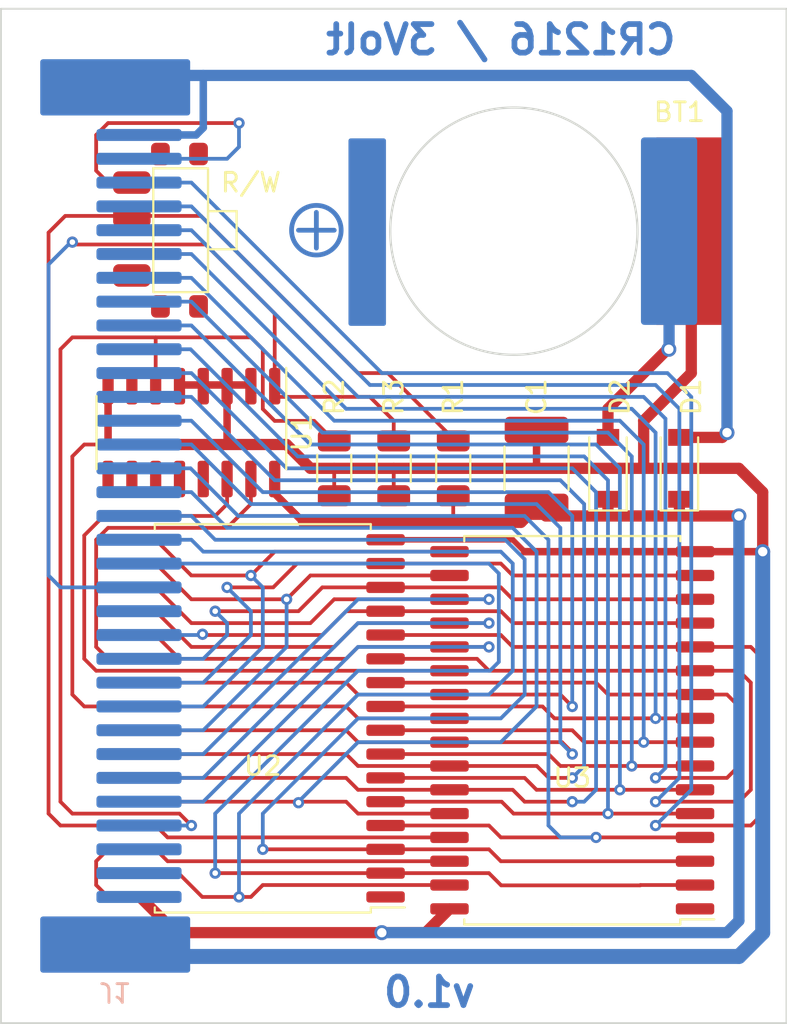
<source format=kicad_pcb>
(kicad_pcb (version 20211014) (generator pcbnew)
  (layers (0 "F.Cu" signal "Front") (31 "B.Cu" signal "Back") (34 "B.Paste" user) (35 "F.Paste" user) (36 "B.SilkS" user "B.Silkscreen") (37 "F.SilkS" user "F.Silkscreen") (38 "B.Mask" user) (39 "F.Mask" user) (44 "Edge.Cuts" user))
  (net 0 "")
  (net 1 "Net-(BT1-Pad1)")
  (net 2 "GND")
  (net 3 "VCC")
  (net 4 "Net-(D1-Pad2)")
  (net 5 "Net-(J1-Pad3)")
  (net 6 "/A0")
  (net 7 "/A1")
  (net 8 "/A2")
  (net 9 "/A3")
  (net 10 "/A4")
  (net 11 "/A5")
  (net 12 "/A6")
  (net 13 "/A7")
  (net 14 "/A8")
  (net 15 "/A9")
  (net 16 "/A10")
  (net 17 "/A11")
  (net 18 "/A12")
  (net 19 "/A13")
  (net 20 "/A14")
  (net 21 "/A15")
  (net 22 "/A16")
  (net 23 "Net-(J1-Pad21)")
  (net 25 "/D0")
  (net 26 "/D1")
  (net 27 "/D2")
  (net 28 "/D3")
  (net 29 "/D4")
  (net 30 "/D5")
  (net 31 "/D6")
  (net 32 "/D7")
  (net 33 "Net-(J1-Pad31)")
  (net 37 "R{slash}W")
  (net 45 "Net-(U1-Pad14)")
  (net 46 "Net-(U1-Pad15)")
  (footprint "Capacitor_SMD:C_1812_4532Metric" (layer "F.Cu") (at 142.875 62.23 90)
    (fp_text reference "C1")
    (fp_text value "330 nF" hide)
  )
  (footprint "custom-footprints:slider_switch_7x3" (layer "F.Cu") (at 123.825 49.53 -90)
    (fp_text reference "S1" hide)
    (fp_text value "R./W." hide)
  )
  (footprint "Resistor_SMD:R_1206_3216Metric" (layer "F.Cu") (at 135.255 62.23 -90)
    (fp_text reference "R3")
    (fp_text value "470 K" hide)
  )
  (footprint "Package_SO:SOIC-16_3.9x9.9mm_P1.27mm" (layer "F.Cu") (at 124.46 60.325 -90)
    (fp_text reference "U1")
    (fp_text value "HC138")
  )
  (footprint "Package_SO:SSOP-32_11.305x20.495mm_P1.27mm" (layer "F.Cu") (at 144.78 76.2 180)
    (fp_text reference "U3")
    (fp_text value "KM681000BLG")
  )
  (footprint "custom-footprints:Battery_CR1216_hole" (layer "F.Cu") (at 141.6638 49.5808)
    (fp_text reference "BT1")
    (fp_text value "CR1216")
    (fp_circle (center 0 0) (end 6.1468 -2.3876) (layer "Edge.Cuts") (width 0.12) (fill none))
  )
  (footprint "Package_SO:SSOP-32_11.305x20.495mm_P1.27mm" (layer "F.Cu") (at 128.27 75.565 180)
    (fp_text reference "U2")
    (fp_text value "KM681000BLG")
  )
  (footprint "Diode_SMD:D_SOD-123" (layer "F.Cu") (at 146.685 62.23 90)
    (fp_text reference "D2")
    (fp_text value "1N4148W" hide)
  )
  (footprint "Resistor_SMD:R_1206_3216Metric" (layer "F.Cu") (at 132.08 62.23 -90)
    (fp_text reference "R2")
    (fp_text value "47 K" hide)
  )
  (footprint "Resistor_SMD:R_1206_3216Metric" (layer "F.Cu") (at 138.43 62.23 90)
    (fp_text reference "R1")
    (fp_text value "47 K" hide)
  )
  (footprint "Diode_SMD:D_SOD-123" (layer "F.Cu") (at 150.495 62.23 90)
    (fp_text reference "D1")
    (fp_text value "RB160M" hide)
  )
  (footprint "custom-footprints:RAM_card_connector_35" (layer "B.Cu") (at 121.666 64.77)
    (fp_text reference "J1")
    (fp_text value "RAM card connector")
  )
  (gr_circle (center 131.1275 49.53) (end 132.288551 50.165) (layer "B.Cu") (width 0.254) (fill none))
  (gr_line (start 131.1275 50.4825) (end 131.1275 48.5775) (layer "B.Cu") (width 0.254))
  (gr_line (start 130.175 49.53) (end 132.08 49.53) (layer "B.Cu") (width 0.254))
  (gr_rect (start 114.3 37.719) (end 156.21 91.821) (layer "Edge.Cuts") (width 0.1) (fill none))
  (gr_text "CR1216 / 3Volt" (at 140.97 39.37) (layer "B.Cu") (effects (font (size 1.524 1.524) (thickness 0.3048)) (justify mirror)))
  (gr_text "v1.0" (at 137.16 90.17) (layer "B.Cu") (effects (font (size 1.524 1.524) (thickness 0.3048)) (justify mirror)))
  (gr_text "R/W" (at 127.635 46.99) (layer "F.SilkS") (effects (font (size 1 1) (thickness 0.1524))))
  (segment (start 146.685 59.055) (end 146.685 60.58) (width 0.6) (layer "F.Cu") (net 1))
  (segment (start 149.86 55.88) (end 146.685 59.055) (width 0.6) (layer "F.Cu") (net 1))
  (segment (start 149.9316 55.88) (end 149.86 55.88) (width 0.6) (layer "F.Cu") (net 1))
  (via (at 149.9316 55.88) (size 0.8) (drill 0.5) (layers "F.Cu" "B.Cu") (net 1))
  (segment (start 149.9442 55.8674) (end 149.9316 55.88) (width 0.6) (layer "B.Cu") (net 1))
  (segment (start 149.9442 49.8902) (end 149.9442 55.8674) (width 0.6) (layer "B.Cu") (net 1))
  (segment (start 151.265 49.8902) (end 151.13 50.0252) (width 0.6) (layer "F.Cu") (net 2))
  (segment (start 118.745 60.96) (end 120.015 60.96) (width 0.2) (layer "F.Cu") (net 2))
  (segment (start 126.365 60.96) (end 120.015 60.96) (width 0.6) (layer "F.Cu") (net 2))
  (segment (start 129.54 60.96) (end 126.365 60.96) (width 0.6) (layer "F.Cu") (net 2))
  (segment (start 151.13 50.0252) (end 151.13 57.15) (width 0.6) (layer "F.Cu") (net 2))
  (segment (start 138.23 75.565) (end 133.35 75.565) (width 0.2) (layer "F.Cu") (net 2))
  (segment (start 130.81 62.23) (end 129.54 60.96) (width 0.6) (layer "F.Cu") (net 2))
  (segment (start 118.745 74.93) (end 118.11 74.295) (width 0.2) (layer "F.Cu") (net 2))
  (segment (start 154.94 63.5) (end 153.67 62.23) (width 0.6) (layer "F.Cu") (net 2))
  (segment (start 118.11 74.295) (end 118.11 61.595) (width 0.2) (layer "F.Cu") (net 2))
  (segment (start 142.24 66.675) (end 151.33 66.675) (width 0.4) (layer "F.Cu") (net 2))
  (segment (start 135.255 62.23) (end 132.08 62.23) (width 0.6) (layer "F.Cu") (net 2))
  (segment (start 153.67 62.23) (end 147.32 62.23) (width 0.6) (layer "F.Cu") (net 2))
  (segment (start 132.08 62.23) (end 130.81 62.23) (width 0.6) (layer "F.Cu") (net 2))
  (segment (start 142.875 62.23) (end 135.255 62.23) (width 0.6) (layer "F.Cu") (net 2))
  (segment (start 141.605 66.04) (end 142.24 66.675) (width 0.3) (layer "F.Cu") (net 2))
  (segment (start 120.015 57.075) (end 120.015 60.96) (width 0.4) (layer "F.Cu") (net 2))
  (segment (start 135.255 63.6925) (end 135.255 62.23) (width 0.2) (layer "F.Cu") (net 2))
  (segment (start 133.35 75.565) (end 132.715 74.93) (width 0.2) (layer "F.Cu") (net 2))
  (segment (start 126.365 57.075) (end 126.365 60.96) (width 0.4) (layer "F.Cu") (net 2))
  (segment (start 148.59 59.69) (end 148.59 62.23) (width 0.6) (layer "F.Cu") (net 2))
  (segment (start 134.82 66.04) (end 141.605 66.04) (width 0.3) (layer "F.Cu") (net 2))
  (segment (start 127.635 57.785) (end 123.825 57.785) (width 0.4) (layer "F.Cu") (net 2))
  (segment (start 147.32 62.23) (end 142.875 62.23) (width 0.6) (layer "F.Cu") (net 2))
  (segment (start 154.94 66.675) (end 151.33 66.675) (width 0.4) (layer "F.Cu") (net 2))
  (segment (start 121.72 74.93) (end 118.745 74.93) (width 0.2) (layer "F.Cu") (net 2))
  (segment (start 132.715 74.93) (end 121.72 74.93) (width 0.2) (layer "F.Cu") (net 2))
  (segment (start 151.13 57.15) (end 148.59 59.69) (width 0.6) (layer "F.Cu") (net 2))
  (segment (start 118.11 61.595) (end 118.745 60.96) (width 0.2) (layer "F.Cu") (net 2))
  (segment (start 132.08 63.6925) (end 132.08 62.23) (width 0.2) (layer "F.Cu") (net 2))
  (segment (start 142.875 60.18) (end 142.875 62.23) (width 0.4) (layer "F.Cu") (net 2))
  (segment (start 154.94 66.675) (end 154.94 63.5) (width 0.6) (layer "F.Cu") (net 2))
  (via (at 154.94 66.675) (size 0.8) (drill 0.5) (layers "F.Cu" "B.Cu") (net 2))
  (segment (start 153.67 88.265) (end 154.94 86.995) (width 0.8) (layer "B.Cu") (net 2))
  (segment (start 154.94 86.995) (end 154.94 66.675) (width 0.8) (layer "B.Cu") (net 2))
  (segment (start 120.015 88.265) (end 153.67 88.265) (width 0.8) (layer "B.Cu") (net 2))
  (segment (start 138.23 83.185) (end 123.19 83.185) (width 0.2) (layer "F.Cu") (net 3))
  (segment (start 123.625 86.995) (end 121.72 85.09) (width 0.6) (layer "F.Cu") (net 3))
  (segment (start 142.045034 65.109966) (end 142.875 64.28) (width 0.6) (layer "F.Cu") (net 3))
  (segment (start 134.62 86.995) (end 123.625 86.995) (width 0.6) (layer "F.Cu") (net 3))
  (segment (start 134.62 86.995) (end 136.96 86.995) (width 0.6) (layer "F.Cu") (net 3))
  (segment (start 119.38 84.455) (end 120.015 85.09) (width 0.2) (layer "F.Cu") (net 3))
  (segment (start 136.96 86.995) (end 138.23 85.725) (width 0.6) (layer "F.Cu") (net 3))
  (segment (start 138.769966 65.109966) (end 142.045034 65.109966) (width 0.6) (layer "F.Cu") (net 3))
  (segment (start 120.015 85.09) (end 120.65 85.09) (width 0.2) (layer "F.Cu") (net 3))
  (segment (start 150.495 63.88) (end 150.495 64.77) (width 0.6) (layer "F.Cu") (net 3))
  (segment (start 119.38 83.185) (end 119.38 84.455) (width 0.2) (layer "F.Cu") (net 3))
  (segment (start 143.365 64.77) (end 146.685 64.77) (width 0.6) (layer "F.Cu") (net 3))
  (segment (start 146.685 64.77) (end 151.13 64.77) (width 0.6) (layer "F.Cu") (net 3))
  (segment (start 120.015 82.55) (end 119.38 83.185) (width 0.2) (layer "F.Cu") (net 3))
  (segment (start 142.875 64.28) (end 143.365 64.77) (width 0.6) (layer "F.Cu") (net 3))
  (segment (start 128.905 63.575) (end 130.439966 65.109966) (width 0.4) (layer "F.Cu") (net 3))
  (segment (start 122.555 82.55) (end 121.72 82.55) (width 0.2) (layer "F.Cu") (net 3))
  (segment (start 138.43 64.77) (end 138.769966 65.109966) (width 0.2) (layer "F.Cu") (net 3))
  (segment (start 146.685 64.77) (end 146.685 63.88) (width 0.6) (layer "F.Cu") (net 3))
  (segment (start 138.43 63.6925) (end 138.43 64.77) (width 0.2) (layer "F.Cu") (net 3))
  (segment (start 150.495 64.77) (end 153.67 64.77) (width 0.6) (layer "F.Cu") (net 3))
  (segment (start 121.72 82.55) (end 120.015 82.55) (width 0.2) (layer "F.Cu") (net 3))
  (segment (start 130.439966 65.109966) (end 138.769966 65.109966) (width 0.6) (layer "F.Cu") (net 3))
  (segment (start 123.19 83.185) (end 122.555 82.55) (width 0.2) (layer "F.Cu") (net 3))
  (via (at 153.67 64.77) (size 0.8) (drill 0.5) (layers "F.Cu" "B.Cu") (net 3))
  (via (at 134.62 86.995) (size 0.8) (drill 0.5) (layers "F.Cu" "B.Cu") (net 3))
  (segment (start 153.67 86.36) (end 153.67 64.77) (width 0.6) (layer "B.Cu") (net 3))
  (segment (start 134.62 86.995) (end 153.035 86.995) (width 0.6) (layer "B.Cu") (net 3))
  (segment (start 153.035 86.995) (end 153.67 86.36) (width 0.6) (layer "B.Cu") (net 3))
  (segment (start 152.78 60.58) (end 150.495 60.58) (width 0.6) (layer "F.Cu") (net 4))
  (segment (start 153.035 60.325) (end 152.78 60.58) (width 0.6) (layer "F.Cu") (net 4))
  (via (at 153.035 60.325) (size 0.8) (drill 0.5) (layers "F.Cu" "B.Cu") (net 4))
  (segment (start 123.19 44.45) (end 120.65 44.45) (width 0.2) (layer "B.Cu") (net 4))
  (segment (start 153.035 60.325) (end 153.035 43.18) (width 0.6) (layer "B.Cu") (net 4))
  (segment (start 121.031 41.275) (end 120.396 41.91) (width 0.4) (layer "B.Cu") (net 4))
  (segment (start 124.714 44.45) (end 121.666 44.45) (width 0.4) (layer "B.Cu") (net 4))
  (segment (start 125.095 44.069) (end 124.714 44.45) (width 0.4) (layer "B.Cu") (net 4))
  (segment (start 125.095 41.275) (end 125.095 44.069) (width 0.4) (layer "B.Cu") (net 4))
  (segment (start 125.095 41.275) (end 121.031 41.275) (width 0.6) (layer "B.Cu") (net 4))
  (segment (start 153.035 43.18) (end 151.13 41.275) (width 0.6) (layer "B.Cu") (net 4))
  (segment (start 151.13 41.275) (end 125.095 41.275) (width 0.6) (layer "B.Cu") (net 4))
  (segment (start 119.38 44.45) (end 119.38 46.355) (width 0.2) (layer "F.Cu") (net 5))
  (segment (start 120.015 43.815) (end 119.38 44.45) (width 0.2) (layer "F.Cu") (net 5))
  (segment (start 120.93581 46.99) (end 121.237405 47.291595) (width 0.2) (layer "F.Cu") (net 5))
  (segment (start 120.015 46.99) (end 120.93581 46.99) (width 0.2) (layer "F.Cu") (net 5))
  (segment (start 127 43.815) (end 120.015 43.815) (width 0.2) (layer "F.Cu") (net 5))
  (segment (start 119.38 46.355) (end 120.015 46.99) (width 0.2) (layer "F.Cu") (net 5))
  (via (at 127 43.815) (size 0.6) (drill 0.3) (layers "F.Cu" "B.Cu") (net 5))
  (segment (start 126.365 45.72) (end 120.65 45.72) (width 0.2) (layer "B.Cu") (net 5))
  (segment (start 127 43.815) (end 127 45.085) (width 0.2) (layer "B.Cu") (net 5))
  (segment (start 127 45.085) (end 126.365 45.72) (width 0.2) (layer "B.Cu") (net 5))
  (segment (start 141.605 71.755) (end 140.97 71.12) (width 0.2) (layer "F.Cu") (net 6))
  (segment (start 151.33 71.755) (end 141.605 71.755) (width 0.2) (layer "F.Cu") (net 6))
  (segment (start 140.97 71.12) (end 134.82 71.12) (width 0.2) (layer "F.Cu") (net 6))
  (segment (start 154.94 80.645) (end 154.94 72.39) (width 0.2) (layer "F.Cu") (net 6))
  (segment (start 149.225 81.28) (end 154.305 81.28) (width 0.2) (layer "F.Cu") (net 6))
  (segment (start 154.94 72.39) (end 154.305 71.755) (width 0.2) (layer "F.Cu") (net 6))
  (segment (start 154.305 71.755) (end 151.33 71.755) (width 0.2) (layer "F.Cu") (net 6))
  (segment (start 154.305 81.28) (end 154.94 80.645) (width 0.2) (layer "F.Cu") (net 6))
  (via (at 149.225 81.28) (size 0.6) (drill 0.3) (layers "F.Cu" "B.Cu") (net 6))
  (segment (start 151.13 79.375) (end 149.225 81.28) (width 0.2) (layer "B.Cu") (net 6))
  (segment (start 149.86 57.15) (end 151.13 58.42) (width 0.2) (layer "B.Cu") (net 6))
  (segment (start 124.46 46.99) (end 134.62 57.15) (width 0.2) (layer "B.Cu") (net 6))
  (segment (start 151.13 58.42) (end 151.13 79.375) (width 0.2) (layer "B.Cu") (net 6))
  (segment (start 120.65 46.99) (end 124.46 46.99) (width 0.2) (layer "B.Cu") (net 6))
  (segment (start 134.62 57.15) (end 149.86 57.15) (width 0.2) (layer "B.Cu") (net 6))
  (segment (start 151.33 73.025) (end 140.335 73.025) (width 0.2) (layer "F.Cu") (net 7))
  (segment (start 153.67 80.01) (end 154.305 79.375) (width 0.2) (layer "F.Cu") (net 7))
  (segment (start 154.305 73.66) (end 153.67 73.025) (width 0.2) (layer "F.Cu") (net 7))
  (segment (start 149.225 80.01) (end 153.67 80.01) (width 0.2) (layer "F.Cu") (net 7))
  (segment (start 153.67 73.025) (end 151.33 73.025) (width 0.2) (layer "F.Cu") (net 7))
  (segment (start 154.305 79.375) (end 154.305 73.66) (width 0.2) (layer "F.Cu") (net 7))
  (segment (start 140.335 73.025) (end 139.7 72.39) (width 0.2) (layer "F.Cu") (net 7))
  (segment (start 139.7 72.39) (end 134.82 72.39) (width 0.2) (layer "F.Cu") (net 7))
  (via (at 149.225 80.01) (size 0.6) (drill 0.3) (layers "F.Cu" "B.Cu") (net 7))
  (segment (start 150.495 59.055) (end 150.495 78.74) (width 0.2) (layer "B.Cu") (net 7))
  (segment (start 120.65 48.26) (end 124.46 48.26) (width 0.2) (layer "B.Cu") (net 7))
  (segment (start 133.985 57.785) (end 149.225 57.785) (width 0.2) (layer "B.Cu") (net 7))
  (segment (start 150.495 78.74) (end 149.225 80.01) (width 0.2) (layer "B.Cu") (net 7))
  (segment (start 149.225 57.785) (end 150.495 59.055) (width 0.2) (layer "B.Cu") (net 7))
  (segment (start 124.46 48.26) (end 133.985 57.785) (width 0.2) (layer "B.Cu") (net 7))
  (segment (start 146.05 73.66) (end 134.82 73.66) (width 0.2) (layer "F.Cu") (net 8))
  (segment (start 146.685 74.295) (end 146.05 73.66) (width 0.2) (layer "F.Cu") (net 8))
  (segment (start 153.67 74.93) (end 153.035 74.295) (width 0.2) (layer "F.Cu") (net 8))
  (segment (start 153.67 78.105) (end 153.67 74.93) (width 0.2) (layer "F.Cu") (net 8))
  (segment (start 151.33 74.295) (end 146.685 74.295) (width 0.2) (layer "F.Cu") (net 8))
  (segment (start 153.035 74.295) (end 151.33 74.295) (width 0.2) (layer "F.Cu") (net 8))
  (segment (start 153.035 78.74) (end 153.67 78.105) (width 0.2) (layer "F.Cu") (net 8))
  (segment (start 149.225 78.74) (end 153.035 78.74) (width 0.2) (layer "F.Cu") (net 8))
  (via (at 149.225 78.74) (size 0.6) (drill 0.3) (layers "F.Cu" "B.Cu") (net 8))
  (segment (start 133.35 58.42) (end 148.59 58.42) (width 0.2) (layer "B.Cu") (net 8))
  (segment (start 124.46 49.53) (end 133.35 58.42) (width 0.2) (layer "B.Cu") (net 8))
  (segment (start 149.751511 78.213489) (end 149.225 78.74) (width 0.2) (layer "B.Cu") (net 8))
  (segment (start 148.59 58.42) (end 149.751511 59.581511) (width 0.2) (layer "B.Cu") (net 8))
  (segment (start 149.751511 59.581511) (end 149.751511 78.213489) (width 0.2) (layer "B.Cu") (net 8))
  (segment (start 120.65 49.53) (end 124.46 49.53) (width 0.2) (layer "B.Cu") (net 8))
  (segment (start 143.1925 74.93) (end 134.82 74.93) (width 0.2) (layer "F.Cu") (net 9))
  (segment (start 143.8275 75.565) (end 143.1925 74.93) (width 0.2) (layer "F.Cu") (net 9))
  (segment (start 151.33 75.565) (end 143.8275 75.565) (width 0.2) (layer "F.Cu") (net 9))
  (via (at 149.225 75.565) (size 0.6) (drill 0.3) (layers "F.Cu" "B.Cu") (net 9))
  (segment (start 147.955 59.055) (end 149.225 60.325) (width 0.2) (layer "B.Cu") (net 9))
  (segment (start 120.65 50.8) (end 124.46 50.8) (width 0.2) (layer "B.Cu") (net 9))
  (segment (start 124.46 50.8) (end 132.715 59.055) (width 0.2) (layer "B.Cu") (net 9))
  (segment (start 149.225 60.325) (end 149.225 75.565) (width 0.2) (layer "B.Cu") (net 9))
  (segment (start 132.715 59.055) (end 147.955 59.055) (width 0.2) (layer "B.Cu") (net 9))
  (segment (start 145.415 76.835) (end 144.78 76.2) (width 0.2) (layer "F.Cu") (net 10))
  (segment (start 144.78 76.2) (end 134.82 76.2) (width 0.2) (layer "F.Cu") (net 10))
  (segment (start 151.33 76.835) (end 145.415 76.835) (width 0.2) (layer "F.Cu") (net 10))
  (via (at 148.59 76.835) (size 0.6) (drill 0.3) (layers "F.Cu" "B.Cu") (net 10))
  (segment (start 120.65 52.07) (end 124.46 52.07) (width 0.2) (layer "B.Cu") (net 10))
  (segment (start 132.08 59.69) (end 147.32 59.69) (width 0.2) (layer "B.Cu") (net 10))
  (segment (start 124.46 52.07) (end 132.08 59.69) (width 0.2) (layer "B.Cu") (net 10))
  (segment (start 147.32 59.69) (end 148.59 60.96) (width 0.2) (layer "B.Cu") (net 10))
  (segment (start 148.59 60.96) (end 148.59 76.835) (width 0.2) (layer "B.Cu") (net 10))
  (segment (start 143.51 77.47) (end 144.145 78.105) (width 0.2) (layer "F.Cu") (net 11))
  (segment (start 144.145 78.105) (end 151.33 78.105) (width 0.2) (layer "F.Cu") (net 11))
  (segment (start 134.82 77.47) (end 143.51 77.47) (width 0.2) (layer "F.Cu") (net 11))
  (via (at 147.955 78.105) (size 0.6) (drill 0.3) (layers "F.Cu" "B.Cu") (net 11))
  (segment (start 147.955 61.595) (end 146.685 60.325) (width 0.2) (layer "B.Cu") (net 11))
  (segment (start 147.955 78.105) (end 147.955 61.595) (width 0.2) (layer "B.Cu") (net 11))
  (segment (start 146.685 60.325) (end 131.445 60.325) (width 0.2) (layer "B.Cu") (net 11))
  (segment (start 131.445 60.325) (end 124.46 53.34) (width 0.2) (layer "B.Cu") (net 11))
  (segment (start 124.46 53.34) (end 120.65 53.34) (width 0.2) (layer "B.Cu") (net 11))
  (segment (start 142.24 78.74) (end 142.875 79.375) (width 0.2) (layer "F.Cu") (net 12))
  (segment (start 142.875 79.375) (end 151.33 79.375) (width 0.2) (layer "F.Cu") (net 12))
  (segment (start 134.82 78.74) (end 142.24 78.74) (width 0.2) (layer "F.Cu") (net 12))
  (via (at 147.32 79.375) (size 0.6) (drill 0.3) (layers "F.Cu" "B.Cu") (net 12))
  (segment (start 147.32 79.375) (end 147.32 62.23) (width 0.2) (layer "B.Cu") (net 12))
  (segment (start 124.46 54.61) (end 120.65 54.61) (width 0.2) (layer "B.Cu") (net 12))
  (segment (start 130.81 60.96) (end 124.46 54.61) (width 0.2) (layer "B.Cu") (net 12))
  (segment (start 146.05 60.96) (end 130.81 60.96) (width 0.2) (layer "B.Cu") (net 12))
  (segment (start 147.32 62.23) (end 146.05 60.96) (width 0.2) (layer "B.Cu") (net 12))
  (segment (start 141.648308 80.645) (end 141.013308 80.01) (width 0.2) (layer "F.Cu") (net 13))
  (segment (start 146.685 80.645) (end 151.33 80.645) (width 0.2) (layer "F.Cu") (net 13))
  (segment (start 146.685 80.645) (end 141.648308 80.645) (width 0.2) (layer "F.Cu") (net 13))
  (segment (start 141.013308 80.01) (end 134.82 80.01) (width 0.2) (layer "F.Cu") (net 13))
  (via (at 146.685 80.645) (size 0.6) (drill 0.3) (layers "F.Cu" "B.Cu") (net 13))
  (segment (start 130.131692 61.595) (end 124.416692 55.88) (width 0.2) (layer "B.Cu") (net 13))
  (segment (start 145.415 61.595) (end 130.131692 61.595) (width 0.2) (layer "B.Cu") (net 13))
  (segment (start 146.685 62.865) (end 145.415 61.595) (width 0.2) (layer "B.Cu") (net 13))
  (segment (start 124.416692 55.88) (end 120.65 55.88) (width 0.2) (layer "B.Cu") (net 13))
  (segment (start 146.685 80.645) (end 146.685 62.865) (width 0.2) (layer "B.Cu") (net 13))
  (segment (start 144.78 80.01) (end 142.24 80.01) (width 0.2) (layer "F.Cu") (net 14))
  (segment (start 132.715 78.74) (end 133.35 79.375) (width 0.2) (layer "F.Cu") (net 14))
  (segment (start 142.24 80.01) (end 141.605 79.375) (width 0.2) (layer "F.Cu") (net 14))
  (segment (start 141.605 79.375) (end 138.23 79.375) (width 0.2) (layer "F.Cu") (net 14))
  (segment (start 133.35 79.375) (end 138.23 79.375) (width 0.2) (layer "F.Cu") (net 14))
  (segment (start 121.72 78.74) (end 132.715 78.74) (width 0.2) (layer "F.Cu") (net 14))
  (via (at 144.78 80.01) (size 0.6) (drill 0.3) (layers "F.Cu" "B.Cu") (net 14))
  (segment (start 146.05 63.5) (end 144.78 62.23) (width 0.2) (layer "B.Cu") (net 14))
  (segment (start 129.54 62.23) (end 124.46 57.15) (width 0.2) (layer "B.Cu") (net 14))
  (segment (start 124.46 57.15) (end 120.65 57.15) (width 0.2) (layer "B.Cu") (net 14))
  (segment (start 146.05 79.375) (end 146.05 63.5) (width 0.2) (layer "B.Cu") (net 14))
  (segment (start 145.415 80.01) (end 146.05 79.375) (width 0.2) (layer "B.Cu") (net 14))
  (segment (start 144.78 62.23) (end 129.54 62.23) (width 0.2) (layer "B.Cu") (net 14))
  (segment (start 144.78 80.01) (end 145.415 80.01) (width 0.2) (layer "B.Cu") (net 14))
  (segment (start 142.888698 78.105) (end 138.23 78.105) (width 0.2) (layer "F.Cu") (net 15))
  (segment (start 132.715 77.47) (end 133.35 78.105) (width 0.2) (layer "F.Cu") (net 15))
  (segment (start 144.78 78.74) (end 143.523698 78.74) (width 0.2) (layer "F.Cu") (net 15))
  (segment (start 133.35 78.105) (end 138.23 78.105) (width 0.2) (layer "F.Cu") (net 15))
  (segment (start 121.72 77.47) (end 132.715 77.47) (width 0.2) (layer "F.Cu") (net 15))
  (segment (start 143.523698 78.74) (end 142.888698 78.105) (width 0.2) (layer "F.Cu") (net 15))
  (via (at 144.78 78.74) (size 0.6) (drill 0.3) (layers "F.Cu" "B.Cu") (net 15))
  (segment (start 144.145 62.865) (end 128.905 62.865) (width 0.2) (layer "B.Cu") (net 15))
  (segment (start 145.415 64.135) (end 144.145 62.865) (width 0.2) (layer "B.Cu") (net 15))
  (segment (start 145.415 78.105) (end 145.415 64.135) (width 0.2) (layer "B.Cu") (net 15))
  (segment (start 128.905 62.865) (end 124.46 58.42) (width 0.2) (layer "B.Cu") (net 15))
  (segment (start 144.78 78.74) (end 145.415 78.105) (width 0.2) (layer "B.Cu") (net 15))
  (segment (start 124.46 58.42) (end 120.65 58.42) (width 0.2) (layer "B.Cu") (net 15))
  (segment (start 132.715 73.66) (end 121.72 73.66) (width 0.2) (layer "F.Cu") (net 16))
  (segment (start 138.23 74.295) (end 133.35 74.295) (width 0.2) (layer "F.Cu") (net 16))
  (segment (start 144.78 74.93) (end 144.145 74.295) (width 0.2) (layer "F.Cu") (net 16))
  (segment (start 144.145 74.295) (end 138.23 74.295) (width 0.2) (layer "F.Cu") (net 16))
  (segment (start 133.35 74.295) (end 132.715 73.66) (width 0.2) (layer "F.Cu") (net 16))
  (via (at 144.78 74.93) (size 0.6) (drill 0.3) (layers "F.Cu" "B.Cu") (net 16))
  (segment (start 143.51 63.5) (end 128.27 63.5) (width 0.2) (layer "B.Cu") (net 16))
  (segment (start 144.78 74.93) (end 144.78 64.77) (width 0.2) (layer "B.Cu") (net 16))
  (segment (start 144.78 64.77) (end 143.51 63.5) (width 0.2) (layer "B.Cu") (net 16))
  (segment (start 124.46 59.69) (end 120.65 59.69) (width 0.2) (layer "B.Cu") (net 16))
  (segment (start 128.27 63.5) (end 124.46 59.69) (width 0.2) (layer "B.Cu") (net 16))
  (segment (start 132.715 76.2) (end 133.35 76.835) (width 0.2) (layer "F.Cu") (net 17))
  (segment (start 144.78 77.47) (end 144.78 77.383385) (width 0.2) (layer "F.Cu") (net 17))
  (segment (start 133.35 76.835) (end 138.23 76.835) (width 0.2) (layer "F.Cu") (net 17))
  (segment (start 144.231615 76.835) (end 138.23 76.835) (width 0.2) (layer "F.Cu") (net 17))
  (segment (start 144.78 77.383385) (end 144.231615 76.835) (width 0.2) (layer "F.Cu") (net 17))
  (segment (start 121.72 76.2) (end 132.715 76.2) (width 0.2) (layer "F.Cu") (net 17))
  (via (at 144.78 77.47) (size 0.6) (drill 0.3) (layers "F.Cu" "B.Cu") (net 17))
  (segment (start 142.875 64.135) (end 127.635 64.135) (width 0.2) (layer "B.Cu") (net 17))
  (segment (start 144.145 65.405) (end 142.875 64.135) (width 0.2) (layer "B.Cu") (net 17))
  (segment (start 144.145 76.835) (end 144.145 65.405) (width 0.2) (layer "B.Cu") (net 17))
  (segment (start 144.78 77.47) (end 144.145 76.835) (width 0.2) (layer "B.Cu") (net 17))
  (segment (start 127.635 64.135) (end 124.46 60.96) (width 0.2) (layer "B.Cu") (net 17))
  (segment (start 124.46 60.96) (end 120.65 60.96) (width 0.2) (layer "B.Cu") (net 17))
  (segment (start 134.82 81.28) (end 140.335 81.28) (width 0.2) (layer "F.Cu") (net 18))
  (segment (start 140.97 81.915) (end 151.33 81.915) (width 0.2) (layer "F.Cu") (net 18))
  (segment (start 140.335 81.28) (end 140.97 81.915) (width 0.2) (layer "F.Cu") (net 18))
  (via (at 146.05 81.915) (size 0.6) (drill 0.3) (layers "F.Cu" "B.Cu") (net 18))
  (segment (start 143.51 81.28) (end 143.51 66.04) (width 0.2) (layer "B.Cu") (net 18))
  (segment (start 143.51 66.04) (end 142.24 64.77) (width 0.2) (layer "B.Cu") (net 18))
  (segment (start 124.416692 62.23) (end 120.65 62.23) (width 0.2) (layer "B.Cu") (net 18))
  (segment (start 126.956692 64.77) (end 124.416692 62.23) (width 0.2) (layer "B.Cu") (net 18))
  (segment (start 144.145 81.915) (end 143.51 81.28) (width 0.2) (layer "B.Cu") (net 18))
  (segment (start 142.24 64.77) (end 126.956692 64.77) (width 0.2) (layer "B.Cu") (net 18))
  (segment (start 146.05 81.915) (end 144.145 81.915) (width 0.2) (layer "B.Cu") (net 18))
  (segment (start 133.35 80.645) (end 138.23 80.645) (width 0.2) (layer "F.Cu") (net 19))
  (segment (start 132.715 80.01) (end 133.35 80.645) (width 0.2) (layer "F.Cu") (net 19))
  (segment (start 121.72 80.01) (end 132.715 80.01) (width 0.2) (layer "F.Cu") (net 19))
  (via (at 130.175 80.064792) (size 0.6) (drill 0.3) (layers "F.Cu" "B.Cu") (net 19))
  (segment (start 130.175 80.01) (end 133.35 76.835) (width 0.2) (layer "B.Cu") (net 19))
  (segment (start 130.175 80.064792) (end 130.175 80.01) (width 0.2) (layer "B.Cu") (net 19))
  (segment (start 124.46 63.5) (end 121.666 63.5) (width 0.2) (layer "B.Cu") (net 19))
  (segment (start 126.365 65.405) (end 124.46 63.5) (width 0.2) (layer "B.Cu") (net 19))
  (segment (start 142.875 74.93) (end 142.875 66.675) (width 0.2) (layer "B.Cu") (net 19))
  (segment (start 142.875 66.675) (end 141.605 65.405) (width 0.2) (layer "B.Cu") (net 19))
  (segment (start 141.605 65.405) (end 126.365 65.405) (width 0.2) (layer "B.Cu") (net 19))
  (segment (start 140.97 76.835) (end 142.875 74.93) (width 0.2) (layer "B.Cu") (net 19))
  (segment (start 133.35 76.835) (end 140.97 76.835) (width 0.2) (layer "B.Cu") (net 19))
  (segment (start 128.27 82.55) (end 134.82 82.55) (width 0.2) (layer "F.Cu") (net 20))
  (segment (start 140.97 83.185) (end 151.33 83.185) (width 0.2) (layer "F.Cu") (net 20))
  (segment (start 140.335 82.55) (end 140.97 83.185) (width 0.2) (layer "F.Cu") (net 20))
  (segment (start 134.82 82.55) (end 140.335 82.55) (width 0.2) (layer "F.Cu") (net 20))
  (via (at 128.27 82.55) (size 0.6) (drill 0.3) (layers "F.Cu" "B.Cu") (net 20))
  (segment (start 125.73 66.04) (end 124.46 64.77) (width 0.2) (layer "B.Cu") (net 20))
  (segment (start 128.27 82.55) (end 128.27 80.645) (width 0.2) (layer "B.Cu") (net 20))
  (segment (start 128.27 80.645) (end 133.35 75.565) (width 0.2) (layer "B.Cu") (net 20))
  (segment (start 124.46 64.77) (end 120.65 64.77) (width 0.2) (layer "B.Cu") (net 20))
  (segment (start 142.24 74.295) (end 142.24 67.079115) (width 0.2) (layer "B.Cu") (net 20))
  (segment (start 133.35 75.565) (end 140.97 75.565) (width 0.2) (layer "B.Cu") (net 20))
  (segment (start 142.24 67.079115) (end 141.200885 66.04) (width 0.2) (layer "B.Cu") (net 20))
  (segment (start 140.97 75.565) (end 142.24 74.295) (width 0.2) (layer "B.Cu") (net 20))
  (segment (start 141.200885 66.04) (end 125.73 66.04) (width 0.2) (layer "B.Cu") (net 20))
  (segment (start 123.7702 83.82) (end 121.72 83.82) (width 0.2) (layer "F.Cu") (net 21))
  (segment (start 125.0402 85.09) (end 123.7702 83.82) (width 0.2) (layer "F.Cu") (net 21))
  (segment (start 127.635 85.09) (end 125.0402 85.09) (width 0.2) (layer "F.Cu") (net 21))
  (segment (start 138.23 84.455) (end 128.27 84.455) (width 0.2) (layer "F.Cu") (net 21))
  (segment (start 128.27 84.455) (end 127.635 85.09) (width 0.2) (layer "F.Cu") (net 21))
  (via (at 127 85.09) (size 0.6) (drill 0.3) (layers "F.Cu" "B.Cu") (net 21))
  (segment (start 140.97 66.675) (end 125.095 66.675) (width 0.2) (layer "B.Cu") (net 21))
  (segment (start 124.46 66.04) (end 120.65 66.04) (width 0.2) (layer "B.Cu") (net 21))
  (segment (start 140.335 74.295) (end 141.605 73.025) (width 0.2) (layer "B.Cu") (net 21))
  (segment (start 141.605 67.31) (end 140.97 66.675) (width 0.2) (layer "B.Cu") (net 21))
  (segment (start 141.605 73.025) (end 141.605 67.31) (width 0.2) (layer "B.Cu") (net 21))
  (segment (start 125.095 66.675) (end 124.46 66.04) (width 0.2) (layer "B.Cu") (net 21))
  (segment (start 127 85.09) (end 127 80.645) (width 0.2) (layer "B.Cu") (net 21))
  (segment (start 133.35 74.295) (end 140.335 74.295) (width 0.2) (layer "B.Cu") (net 21))
  (segment (start 127 80.645) (end 133.35 74.295) (width 0.2) (layer "B.Cu") (net 21))
  (segment (start 140.335 83.82) (end 134.82 83.82) (width 0.2) (layer "F.Cu") (net 22))
  (segment (start 151.33 84.455) (end 148.41677 84.455) (width 0.2) (layer "F.Cu") (net 22))
  (segment (start 140.98804 84.47304) (end 140.335 83.82) (width 0.2) (layer "F.Cu") (net 22))
  (segment (start 148.398729 84.47304) (end 140.98804 84.47304) (width 0.2) (layer "F.Cu") (net 22))
  (segment (start 148.41677 84.455) (end 148.398729 84.47304) (width 0.2) (layer "F.Cu") (net 22))
  (segment (start 125.73 83.82) (end 134.82 83.82) (width 0.2) (layer "F.Cu") (net 22))
  (via (at 125.73 83.82) (size 0.6) (drill 0.3) (layers "F.Cu" "B.Cu") (net 22))
  (segment (start 140.861511 67.836511) (end 140.335 67.31) (width 0.2) (layer "B.Cu") (net 22))
  (segment (start 140.861511 72.553289) (end 140.861511 67.836511) (width 0.2) (layer "B.Cu") (net 22))
  (segment (start 140.335 67.31) (end 120.65 67.31) (width 0.2) (layer "B.Cu") (net 22))
  (segment (start 133.35 73.025) (end 140.3898 73.025) (width 0.2) (layer "B.Cu") (net 22))
  (segment (start 125.73 80.645) (end 133.35 73.025) (width 0.2) (layer "B.Cu") (net 22))
  (segment (start 140.3898 73.025) (end 140.861511 72.553289) (width 0.2) (layer "B.Cu") (net 22))
  (segment (start 125.73 83.82) (end 125.73 80.645) (width 0.2) (layer "B.Cu") (net 22))
  (segment (start 125.222 50.292) (end 128.905 53.975) (width 0.2) (layer "F.Cu") (net 23))
  (segment (start 133.985 58.42) (end 135.255 59.69) (width 0.2) (layer "F.Cu") (net 23))
  (segment (start 128.905 53.975) (end 128.905 58.42) (width 0.2) (layer "F.Cu") (net 23))
  (segment (start 118.237 50.292) (end 125.222 50.292) (width 0.2) (layer "F.Cu") (net 23))
  (segment (start 118.11 50.165) (end 118.237 50.292) (width 0.2) (layer "F.Cu") (net 23))
  (segment (start 128.905 58.42) (end 133.985 58.42) (width 0.2) (layer "F.Cu") (net 23))
  (segment (start 135.255 59.69) (end 135.255 60.7675) (width 0.2) (layer "F.Cu") (net 23))
  (via (at 118.11 50.165) (size 0.6) (drill 0.3) (layers "F.Cu" "B.Cu") (net 23))
  (segment (start 116.84 67.945) (end 117.475 68.58) (width 0.2) (layer "B.Cu") (net 23))
  (segment (start 117.475 68.58) (end 120.65 68.58) (width 0.2) (layer "B.Cu") (net 23))
  (segment (start 116.84 51.35675) (end 116.84 67.945) (width 0.2) (layer "B.Cu") (net 23))
  (segment (start 118.11 50.165) (end 118.03175 50.165) (width 0.2) (layer "B.Cu") (net 23))
  (segment (start 118.03175 50.165) (end 116.84 51.35675) (width 0.2) (layer "B.Cu") (net 23))
  (segment (start 140.97 69.85) (end 134.82 69.85) (width 0.2) (layer "F.Cu") (net 25))
  (segment (start 125.05391 71.07891) (end 125.095 71.12) (width 0.2) (layer "F.Cu") (net 25))
  (segment (start 132.715 69.85) (end 134.82 69.85) (width 0.2) (layer "F.Cu") (net 25))
  (segment (start 141.605 70.485) (end 140.97 69.85) (width 0.2) (layer "F.Cu") (net 25))
  (segment (start 151.33 70.485) (end 141.605 70.485) (width 0.2) (layer "F.Cu") (net 25))
  (segment (start 131.445 71.12) (end 132.715 69.85) (width 0.2) (layer "F.Cu") (net 25))
  (segment (start 125.095 71.12) (end 131.445 71.12) (width 0.2) (layer "F.Cu") (net 25))
  (via (at 125.05391 71.07891) (size 0.6) (drill 0.3) (layers "F.Cu" "B.Cu") (net 25))
  (segment (start 125.05391 71.07891) (end 125.01282 71.12) (width 0.2) (layer "B.Cu") (net 25))
  (segment (start 125.01282 71.12) (end 120.65 71.12) (width 0.2) (layer "B.Cu") (net 25))
  (segment (start 140.97 68.58) (end 135.255 68.58) (width 0.2) (layer "F.Cu") (net 26))
  (segment (start 151.33 69.215) (end 141.605 69.215) (width 0.2) (layer "F.Cu") (net 26))
  (segment (start 130.175 69.85) (end 131.445 68.58) (width 0.2) (layer "F.Cu") (net 26))
  (segment (start 141.605 69.215) (end 140.97 68.58) (width 0.2) (layer "F.Cu") (net 26))
  (segment (start 125.73 69.85) (end 130.175 69.85) (width 0.2) (layer "F.Cu") (net 26))
  (segment (start 131.445 68.58) (end 134.82 68.58) (width 0.2) (layer "F.Cu") (net 26))
  (via (at 125.73 69.85) (size 0.6) (drill 0.3) (layers "F.Cu" "B.Cu") (net 26))
  (segment (start 126.365 70.485) (end 126.365 71.12) (width 0.2) (layer "B.Cu") (net 26))
  (segment (start 125.73 69.85) (end 126.365 70.485) (width 0.2) (layer "B.Cu") (net 26))
  (segment (start 125.095 72.39) (end 120.65 72.39) (width 0.2) (layer "B.Cu") (net 26))
  (segment (start 126.365 71.12) (end 125.095 72.39) (width 0.2) (layer "B.Cu") (net 26))
  (segment (start 140.97 67.31) (end 134.82 67.31) (width 0.2) (layer "F.Cu") (net 27))
  (segment (start 141.605 67.945) (end 140.97 67.31) (width 0.2) (layer "F.Cu") (net 27))
  (segment (start 151.33 67.945) (end 141.605 67.945) (width 0.2) (layer "F.Cu") (net 27))
  (segment (start 126.365 68.58) (end 128.825625 68.58) (width 0.2) (layer "F.Cu") (net 27))
  (segment (start 128.825625 68.58) (end 130.095625 67.31) (width 0.2) (layer "F.Cu") (net 27))
  (segment (start 130.095625 67.31) (end 134.82 67.31) (width 0.2) (layer "F.Cu") (net 27))
  (via (at 126.365 68.58) (size 0.6) (drill 0.3) (layers "F.Cu" "B.Cu") (net 27))
  (segment (start 126.365 68.58) (end 127.635 69.85) (width 0.2) (layer "B.Cu") (net 27))
  (segment (start 127.635 71.12) (end 125.095 73.66) (width 0.2) (layer "B.Cu") (net 27))
  (segment (start 127.635 69.85) (end 127.635 71.12) (width 0.2) (layer "B.Cu") (net 27))
  (segment (start 125.095 73.66) (end 120.65 73.66) (width 0.2) (layer "B.Cu") (net 27))
  (segment (start 122.555 66.04) (end 121.72 66.04) (width 0.2) (layer "F.Cu") (net 28))
  (segment (start 127.635 67.945) (end 124.46 67.945) (width 0.2) (layer "F.Cu") (net 28))
  (segment (start 127.635 67.945) (end 128.905 66.675) (width 0.2) (layer "F.Cu") (net 28))
  (segment (start 128.905 66.675) (end 138.23 66.675) (width 0.2) (layer "F.Cu") (net 28))
  (segment (start 124.46 67.945) (end 122.555 66.04) (width 0.2) (layer "F.Cu") (net 28))
  (via (at 127.635 67.945) (size 0.6) (drill 0.3) (layers "F.Cu" "B.Cu") (net 28))
  (segment (start 125.095 74.93) (end 120.65 74.93) (width 0.2) (layer "B.Cu") (net 28))
  (segment (start 128.27 71.755) (end 125.095 74.93) (width 0.2) (layer "B.Cu") (net 28))
  (segment (start 127.635 67.945) (end 128.27 68.58) (width 0.2) (layer "B.Cu") (net 28))
  (segment (start 128.27 68.58) (end 128.27 71.755) (width 0.2) (layer "B.Cu") (net 28))
  (segment (start 129.54 69.215) (end 130.81 67.945) (width 0.2) (layer "F.Cu") (net 29))
  (segment (start 129.54 69.215) (end 124.46 69.215) (width 0.2) (layer "F.Cu") (net 29))
  (segment (start 130.81 67.945) (end 138.23 67.945) (width 0.2) (layer "F.Cu") (net 29))
  (segment (start 124.46 69.215) (end 122.555 67.31) (width 0.2) (layer "F.Cu") (net 29))
  (segment (start 122.555 67.31) (end 121.72 67.31) (width 0.2) (layer "F.Cu") (net 29))
  (via (at 129.54 69.215) (size 0.6) (drill 0.3) (layers "F.Cu" "B.Cu") (net 29))
  (segment (start 129.54 71.755) (end 125.095 76.2) (width 0.2) (layer "B.Cu") (net 29))
  (segment (start 129.54 69.215) (end 129.54 71.755) (width 0.2) (layer "B.Cu") (net 29))
  (segment (start 125.095 76.2) (end 120.65 76.2) (width 0.2) (layer "B.Cu") (net 29))
  (segment (start 124.46 70.485) (end 122.555 68.58) (width 0.2) (layer "F.Cu") (net 30))
  (segment (start 130.81 70.485) (end 124.46 70.485) (width 0.2) (layer "F.Cu") (net 30))
  (segment (start 138.23 69.215) (end 140.335 69.215) (width 0.2) (layer "F.Cu") (net 30))
  (segment (start 122.555 68.58) (end 121.72 68.58) (width 0.2) (layer "F.Cu") (net 30))
  (segment (start 138.23 69.215) (end 132.08 69.215) (width 0.2) (layer "F.Cu") (net 30))
  (segment (start 132.08 69.215) (end 130.81 70.485) (width 0.2) (layer "F.Cu") (net 30))
  (via (at 140.335 69.215) (size 0.6) (drill 0.3) (layers "F.Cu" "B.Cu") (net 30))
  (segment (start 133.35 69.215) (end 125.095 77.47) (width 0.2) (layer "B.Cu") (net 30))
  (segment (start 140.335 69.215) (end 133.35 69.215) (width 0.2) (layer "B.Cu") (net 30))
  (segment (start 125.095 77.47) (end 120.65 77.47) (width 0.2) (layer "B.Cu") (net 30))
  (segment (start 132.08 71.755) (end 133.35 70.485) (width 0.2) (layer "F.Cu") (net 31))
  (segment (start 124.46 71.755) (end 132.08 71.755) (width 0.2) (layer "F.Cu") (net 31))
  (segment (start 122.555 69.85) (end 124.46 71.755) (width 0.2) (layer "F.Cu") (net 31))
  (segment (start 138.23 70.485) (end 140.335 70.485) (width 0.2) (layer "F.Cu") (net 31))
  (segment (start 121.72 69.85) (end 122.555 69.85) (width 0.2) (layer "F.Cu") (net 31))
  (segment (start 133.35 70.485) (end 138.07648 70.485) (width 0.2) (layer "F.Cu") (net 31))
  (via (at 140.335 70.485) (size 0.6) (drill 0.3) (layers "F.Cu" "B.Cu") (net 31))
  (segment (start 140.335 70.485) (end 133.35 70.485) (width 0.2) (layer "B.Cu") (net 31))
  (segment (start 125.095 78.74) (end 120.65 78.74) (width 0.2) (layer "B.Cu") (net 31))
  (segment (start 133.35 70.485) (end 125.095 78.74) (width 0.2) (layer "B.Cu") (net 31))
  (segment (start 123.825 72.39) (end 122.555 71.12) (width 0.2) (layer "F.Cu") (net 32))
  (segment (start 122.555 71.12) (end 121.72 71.12) (width 0.2) (layer "F.Cu") (net 32))
  (segment (start 132.715 72.39) (end 123.825 72.39) (width 0.2) (layer "F.Cu") (net 32))
  (segment (start 133.35 71.755) (end 132.715 72.39) (width 0.2) (layer "F.Cu") (net 32))
  (segment (start 140.335 71.755) (end 138.23 71.755) (width 0.2) (layer "F.Cu") (net 32))
  (segment (start 138.23 71.755) (end 133.35 71.755) (width 0.2) (layer "F.Cu") (net 32))
  (via (at 140.335 71.755) (size 0.6) (drill 0.3) (layers "F.Cu" "B.Cu") (net 32))
  (segment (start 125.095 80.01) (end 120.65 80.01) (width 0.2) (layer "B.Cu") (net 32))
  (segment (start 133.35 71.755) (end 125.095 80.01) (width 0.2) (layer "B.Cu") (net 32))
  (segment (start 140.335 71.755) (end 133.35 71.755) (width 0.2) (layer "B.Cu") (net 32))
  (segment (start 124.46 81.28) (end 123.825 80.645) (width 0.2) (layer "F.Cu") (net 33))
  (segment (start 117.475 55.88) (end 118.11 55.245) (width 0.2) (layer "F.Cu") (net 33))
  (segment (start 128.27 55.88) (end 128.27 58.42) (width 0.2) (layer "F.Cu") (net 33))
  (segment (start 127.635 55.245) (end 122.555 55.245) (width 0.2) (layer "F.Cu") (net 33))
  (segment (start 128.905 59.69902) (end 131.01152 59.69902) (width 0.2) (layer "F.Cu") (net 33))
  (segment (start 117.475 80.01) (end 117.475 55.88) (width 0.2) (layer "F.Cu") (net 33))
  (segment (start 118.11 80.645) (end 117.475 80.01) (width 0.2) (layer "F.Cu") (net 33))
  (segment (start 118.11 55.245) (end 122.555 55.245) (width 0.2) (layer "F.Cu") (net 33))
  (segment (start 128.27 59.06402) (end 128.905 59.69902) (width 0.2) (layer "F.Cu") (net 33))
  (segment (start 122.555 57.075) (end 122.555 55.245) (width 0.2) (layer "F.Cu") (net 33))
  (segment (start 123.825 80.645) (end 118.11 80.645) (width 0.2) (layer "F.Cu") (net 33))
  (segment (start 131.01152 59.69902) (end 132.08 60.7675) (width 0.2) (layer "F.Cu") (net 33))
  (segment (start 128.27 58.484451) (end 128.27 59.06402) (width 0.2) (layer "F.Cu") (net 33))
  (segment (start 128.27 55.88) (end 127.635 55.245) (width 0.2) (layer "F.Cu") (net 33))
  (via (at 124.46 81.28) (size 0.6) (drill 0.3) (layers "F.Cu" "B.Cu") (net 33))
  (segment (start 120.65 81.28) (end 124.46 81.28) (width 0.2) (layer "B.Cu") (net 33))
  (segment (start 117.729 48.768) (end 116.84 49.657) (width 0.2) (layer "F.Cu") (net 37))
  (segment (start 124.968 48.768) (end 117.729 48.768) (width 0.2) (layer "F.Cu") (net 37))
  (segment (start 138.43 60.7675) (end 138.43 60.6425) (width 0.2) (layer "F.Cu") (net 37))
  (segment (start 122.555 81.28) (end 121.72 81.28) (width 0.2) (layer "F.Cu") (net 37))
  (segment (start 138.43 60.6425) (end 134.9375 57.15) (width 0.2) (layer "F.Cu") (net 37))
  (segment (start 116.84 80.645) (end 117.475 81.28) (width 0.2) (layer "F.Cu") (net 37))
  (segment (start 138.23 81.915) (end 123.19 81.915) (width 0.2) (layer "F.Cu") (net 37))
  (segment (start 133.35 57.15) (end 124.968 48.768) (width 0.2) (layer "F.Cu") (net 37))
  (segment (start 116.84 49.657) (end 116.84 80.645) (width 0.2) (layer "F.Cu") (net 37))
  (segment (start 123.19 81.915) (end 122.555 81.28) (width 0.2) (layer "F.Cu") (net 37))
  (segment (start 117.475 81.28) (end 121.72 81.28) (width 0.2) (layer "F.Cu") (net 37))
  (segment (start 134.9375 57.15) (end 133.35 57.15) (width 0.2) (layer "F.Cu") (net 37))
  (segment (start 138.23 73.025) (end 119.38 73.025) (width 0.2) (layer "F.Cu") (net 45))
  (segment (start 118.745 72.39) (end 118.745 65.809115) (width 0.2) (layer "F.Cu") (net 45))
  (segment (start 126.365 64.135) (end 126.365 63.575) (width 0.2) (layer "F.Cu") (net 45))
  (segment (start 118.745 65.809115) (end 119.784115 64.77) (width 0.2) (layer "F.Cu") (net 45))
  (segment (start 125.73 64.77) (end 126.365 64.135) (width 0.2) (layer "F.Cu") (net 45))
  (segment (start 119.38 73.025) (end 118.745 72.39) (width 0.2) (layer "F.Cu") (net 45))
  (segment (start 119.784115 64.77) (end 125.73 64.77) (width 0.2) (layer "F.Cu") (net 45))
  (segment (start 126.365 65.405) (end 120.015 65.405) (width 0.2) (layer "F.Cu") (net 46))
  (segment (start 120.015 72.39) (end 120.65 72.39) (width 0.2) (layer "F.Cu") (net 46))
  (segment (start 127.635 64.135) (end 126.365 65.405) (width 0.2) (layer "F.Cu") (net 46))
  (segment (start 119.38 71.755) (end 120.015 72.39) (width 0.2) (layer "F.Cu") (net 46))
  (segment (start 119.38 66.04) (end 119.38 71.755) (width 0.2) (layer "F.Cu") (net 46))
  (segment (start 127.635 63.575) (end 127.635 64.135) (width 0.2) (layer "F.Cu") (net 46))
  (segment (start 120.015 65.405) (end 119.38 66.04) (width 0.2) (layer "F.Cu") (net 46))
)
</source>
